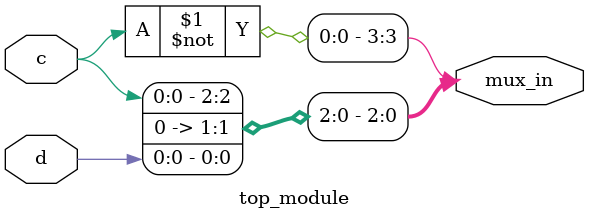
<source format=sv>
module top_module (
    input c,
    input d,
    output [3:0] mux_in
);

    // 2-to-1 mux1
    assign mux_in[0] = d;
    assign mux_in[1] = 1'b0;

    // 2-to-1 mux2
    assign mux_in[2] = c;
    assign mux_in[3] = ~c;

endmodule

</source>
